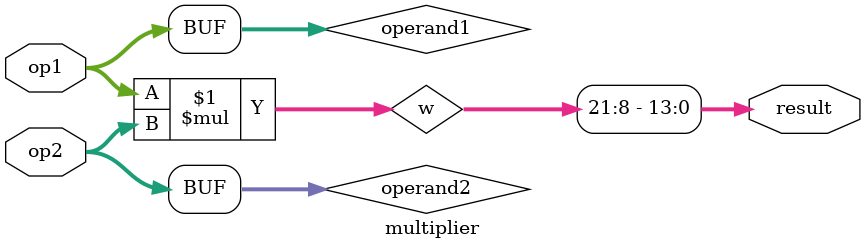
<source format=v>
`timescale 1ns/1ns
module multiplier( input [13:0] op1, op2, output [13:0] result );
  wire [27:0] w;
  wire signed [13:0] operand1,operand2;
  assign operand1 = op1;
  assign operand2 = op2;
  assign w = operand1 * operand2;
  assign result = w[21:8];
endmodule
</source>
